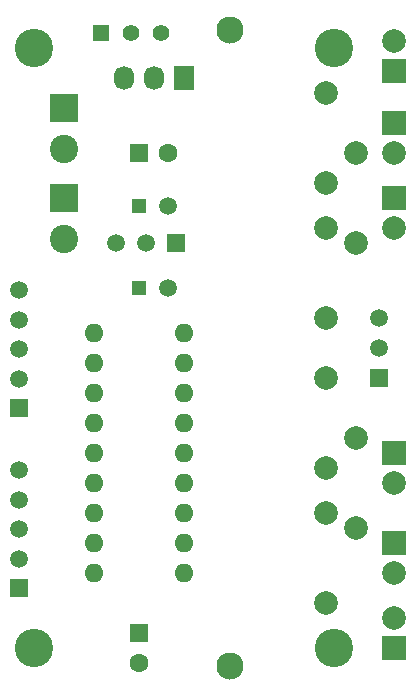
<source format=gbs>
G04 #@! TF.FileFunction,Soldermask,Bot*
%FSLAX46Y46*%
G04 Gerber Fmt 4.6, Leading zero omitted, Abs format (unit mm)*
G04 Created by KiCad (PCBNEW 4.0.7) date 08/30/19 18:56:12*
%MOMM*%
%LPD*%
G01*
G04 APERTURE LIST*
%ADD10C,0.100000*%
%ADD11C,2.000000*%
%ADD12R,2.000000X2.000000*%
%ADD13R,1.397000X1.397000*%
%ADD14C,1.397000*%
%ADD15C,3.250000*%
%ADD16R,1.600000X1.600000*%
%ADD17C,1.600000*%
%ADD18R,1.300000X1.300000*%
%ADD19C,1.500000*%
%ADD20O,1.600000X1.600000*%
%ADD21R,1.727200X2.032000*%
%ADD22O,1.727200X2.032000*%
%ADD23C,2.400000*%
%ADD24R,2.400000X2.400000*%
%ADD25C,1.520000*%
%ADD26R,1.520000X1.520000*%
%ADD27R,1.500000X1.500000*%
%ADD28C,2.300000*%
G04 APERTURE END LIST*
D10*
D11*
X156210000Y-111760000D03*
D12*
X156210000Y-114300000D03*
D11*
X156210000Y-62865000D03*
D12*
X156210000Y-65405000D03*
D11*
X156210000Y-72390000D03*
D12*
X156210000Y-69850000D03*
D13*
X131445000Y-62230000D03*
D14*
X133985000Y-62230000D03*
X136525000Y-62230000D03*
D15*
X151130000Y-114300000D03*
D11*
X156210000Y-100330000D03*
D12*
X156210000Y-97790000D03*
D16*
X134620000Y-72390000D03*
D17*
X137120000Y-72390000D03*
D18*
X134620000Y-76835000D03*
D19*
X137120000Y-76835000D03*
D20*
X138430000Y-107950000D03*
X138430000Y-105410000D03*
X138430000Y-102870000D03*
X138430000Y-100330000D03*
X138430000Y-97790000D03*
X138430000Y-95250000D03*
X138430000Y-92710000D03*
X138430000Y-90170000D03*
X138430000Y-87630000D03*
X130810000Y-87630000D03*
X130810000Y-90170000D03*
X130810000Y-92710000D03*
X130810000Y-95250000D03*
X130810000Y-97790000D03*
X130810000Y-100330000D03*
X130810000Y-102870000D03*
X130810000Y-105410000D03*
X130810000Y-107950000D03*
D15*
X125730000Y-114300000D03*
X151130000Y-63500000D03*
X125730000Y-63500000D03*
D17*
X134620000Y-115530000D03*
D16*
X134620000Y-113030000D03*
D21*
X138430000Y-66040000D03*
D22*
X135890000Y-66040000D03*
X133350000Y-66040000D03*
D23*
X128270000Y-72080000D03*
D24*
X128270000Y-68580000D03*
D23*
X128270000Y-79700000D03*
D24*
X128270000Y-76200000D03*
D11*
X156210000Y-78740000D03*
D12*
X156210000Y-76200000D03*
D18*
X134620000Y-83820000D03*
D19*
X137120000Y-83820000D03*
D11*
X156210000Y-107950000D03*
D12*
X156210000Y-105410000D03*
D25*
X135255000Y-80010000D03*
X132715000Y-80010000D03*
D26*
X137795000Y-80010000D03*
D27*
X124460000Y-109220000D03*
D19*
X124460000Y-106720000D03*
X124460000Y-104220000D03*
X124460000Y-101720000D03*
X124460000Y-99220000D03*
D27*
X124460000Y-93980000D03*
D19*
X124460000Y-91480000D03*
X124460000Y-88980000D03*
X124460000Y-86480000D03*
X124460000Y-83980000D03*
D25*
X154940000Y-88900000D03*
X154940000Y-86360000D03*
D26*
X154940000Y-91440000D03*
D11*
X150495000Y-102870000D03*
X150495000Y-110490000D03*
X150495000Y-67310000D03*
X150495000Y-74930000D03*
X153035000Y-80010000D03*
X153035000Y-72390000D03*
X150495000Y-99060000D03*
X150495000Y-91440000D03*
X150495000Y-86360000D03*
X150495000Y-78740000D03*
X153035000Y-96520000D03*
X153035000Y-104140000D03*
D28*
X142310000Y-62000000D03*
X142310000Y-115800000D03*
M02*

</source>
